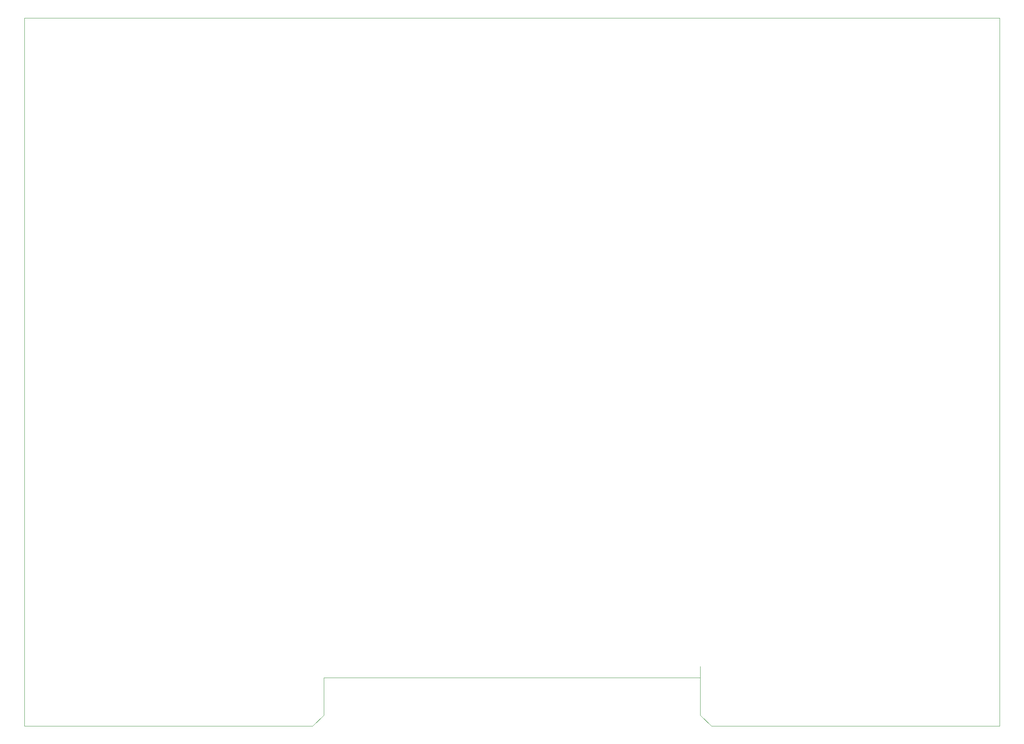
<source format=gbr>
%TF.GenerationSoftware,KiCad,Pcbnew,(6.0.4-0)*%
%TF.CreationDate,2024-04-14T14:55:46+10:00*%
%TF.ProjectId,Input:Output Interface,496e7075-743a-44f7-9574-70757420496e,rev?*%
%TF.SameCoordinates,Original*%
%TF.FileFunction,Profile,NP*%
%FSLAX46Y46*%
G04 Gerber Fmt 4.6, Leading zero omitted, Abs format (unit mm)*
G04 Created by KiCad (PCBNEW (6.0.4-0)) date 2024-04-14 14:55:46*
%MOMM*%
%LPD*%
G01*
G04 APERTURE LIST*
%TA.AperFunction,Profile*%
%ADD10C,0.050000*%
%TD*%
G04 APERTURE END LIST*
D10*
X222500000Y-206500000D02*
X222500000Y-217500000D01*
X70000000Y-220000000D02*
X135000000Y-220000000D01*
X290000000Y-60000000D02*
X290000000Y-220000000D01*
X137500000Y-217500000D02*
X137500000Y-209000000D01*
X70000000Y-220000000D02*
X70000000Y-60000000D01*
X225000000Y-220000000D02*
X222500000Y-217500000D01*
X70000000Y-60000000D02*
X290000000Y-60000000D01*
X137500000Y-209000000D02*
X222500000Y-209000000D01*
X290000000Y-220000000D02*
X225000000Y-220000000D01*
X135000000Y-220000000D02*
X137500000Y-217500000D01*
M02*

</source>
